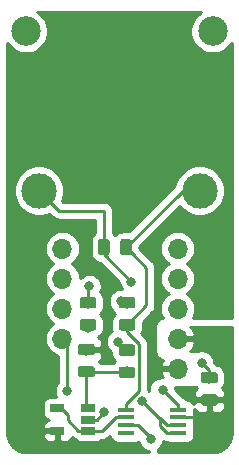
<source format=gtl>
G04 #@! TF.GenerationSoftware,KiCad,Pcbnew,(5.1.0)-1*
G04 #@! TF.CreationDate,2019-04-10T14:00:02-04:00*
G04 #@! TF.ProjectId,thermocouple_daughter,74686572-6d6f-4636-9f75-706c655f6461,rev?*
G04 #@! TF.SameCoordinates,Original*
G04 #@! TF.FileFunction,Copper,L1,Top*
G04 #@! TF.FilePolarity,Positive*
%FSLAX46Y46*%
G04 Gerber Fmt 4.6, Leading zero omitted, Abs format (unit mm)*
G04 Created by KiCad (PCBNEW (5.1.0)-1) date 2019-04-10 14:00:02*
%MOMM*%
%LPD*%
G04 APERTURE LIST*
%ADD10C,3.000000*%
%ADD11C,2.500000*%
%ADD12C,0.100000*%
%ADD13C,0.975000*%
%ADD14O,1.700000X1.700000*%
%ADD15R,1.220000X0.650000*%
%ADD16R,1.450000X0.450000*%
%ADD17C,0.800000*%
%ADD18C,0.250000*%
%ADD19C,0.254000*%
G04 APERTURE END LIST*
D10*
X164534000Y-87033000D03*
X150934000Y-87033000D03*
D11*
X165634000Y-73533000D03*
X149834000Y-73533000D03*
D12*
G36*
X158558142Y-91122174D02*
G01*
X158581803Y-91125684D01*
X158605007Y-91131496D01*
X158627529Y-91139554D01*
X158649153Y-91149782D01*
X158669670Y-91162079D01*
X158688883Y-91176329D01*
X158706607Y-91192393D01*
X158722671Y-91210117D01*
X158736921Y-91229330D01*
X158749218Y-91249847D01*
X158759446Y-91271471D01*
X158767504Y-91293993D01*
X158773316Y-91317197D01*
X158776826Y-91340858D01*
X158778000Y-91364750D01*
X158778000Y-92277250D01*
X158776826Y-92301142D01*
X158773316Y-92324803D01*
X158767504Y-92348007D01*
X158759446Y-92370529D01*
X158749218Y-92392153D01*
X158736921Y-92412670D01*
X158722671Y-92431883D01*
X158706607Y-92449607D01*
X158688883Y-92465671D01*
X158669670Y-92479921D01*
X158649153Y-92492218D01*
X158627529Y-92502446D01*
X158605007Y-92510504D01*
X158581803Y-92516316D01*
X158558142Y-92519826D01*
X158534250Y-92521000D01*
X158046750Y-92521000D01*
X158022858Y-92519826D01*
X157999197Y-92516316D01*
X157975993Y-92510504D01*
X157953471Y-92502446D01*
X157931847Y-92492218D01*
X157911330Y-92479921D01*
X157892117Y-92465671D01*
X157874393Y-92449607D01*
X157858329Y-92431883D01*
X157844079Y-92412670D01*
X157831782Y-92392153D01*
X157821554Y-92370529D01*
X157813496Y-92348007D01*
X157807684Y-92324803D01*
X157804174Y-92301142D01*
X157803000Y-92277250D01*
X157803000Y-91364750D01*
X157804174Y-91340858D01*
X157807684Y-91317197D01*
X157813496Y-91293993D01*
X157821554Y-91271471D01*
X157831782Y-91249847D01*
X157844079Y-91229330D01*
X157858329Y-91210117D01*
X157874393Y-91192393D01*
X157892117Y-91176329D01*
X157911330Y-91162079D01*
X157931847Y-91149782D01*
X157953471Y-91139554D01*
X157975993Y-91131496D01*
X157999197Y-91125684D01*
X158022858Y-91122174D01*
X158046750Y-91121000D01*
X158534250Y-91121000D01*
X158558142Y-91122174D01*
X158558142Y-91122174D01*
G37*
D13*
X158290500Y-91821000D03*
D12*
G36*
X156683142Y-91122174D02*
G01*
X156706803Y-91125684D01*
X156730007Y-91131496D01*
X156752529Y-91139554D01*
X156774153Y-91149782D01*
X156794670Y-91162079D01*
X156813883Y-91176329D01*
X156831607Y-91192393D01*
X156847671Y-91210117D01*
X156861921Y-91229330D01*
X156874218Y-91249847D01*
X156884446Y-91271471D01*
X156892504Y-91293993D01*
X156898316Y-91317197D01*
X156901826Y-91340858D01*
X156903000Y-91364750D01*
X156903000Y-92277250D01*
X156901826Y-92301142D01*
X156898316Y-92324803D01*
X156892504Y-92348007D01*
X156884446Y-92370529D01*
X156874218Y-92392153D01*
X156861921Y-92412670D01*
X156847671Y-92431883D01*
X156831607Y-92449607D01*
X156813883Y-92465671D01*
X156794670Y-92479921D01*
X156774153Y-92492218D01*
X156752529Y-92502446D01*
X156730007Y-92510504D01*
X156706803Y-92516316D01*
X156683142Y-92519826D01*
X156659250Y-92521000D01*
X156171750Y-92521000D01*
X156147858Y-92519826D01*
X156124197Y-92516316D01*
X156100993Y-92510504D01*
X156078471Y-92502446D01*
X156056847Y-92492218D01*
X156036330Y-92479921D01*
X156017117Y-92465671D01*
X155999393Y-92449607D01*
X155983329Y-92431883D01*
X155969079Y-92412670D01*
X155956782Y-92392153D01*
X155946554Y-92370529D01*
X155938496Y-92348007D01*
X155932684Y-92324803D01*
X155929174Y-92301142D01*
X155928000Y-92277250D01*
X155928000Y-91364750D01*
X155929174Y-91340858D01*
X155932684Y-91317197D01*
X155938496Y-91293993D01*
X155946554Y-91271471D01*
X155956782Y-91249847D01*
X155969079Y-91229330D01*
X155983329Y-91210117D01*
X155999393Y-91192393D01*
X156017117Y-91176329D01*
X156036330Y-91162079D01*
X156056847Y-91149782D01*
X156078471Y-91139554D01*
X156100993Y-91131496D01*
X156124197Y-91125684D01*
X156147858Y-91122174D01*
X156171750Y-91121000D01*
X156659250Y-91121000D01*
X156683142Y-91122174D01*
X156683142Y-91122174D01*
G37*
D13*
X156415500Y-91821000D03*
D12*
G36*
X155547142Y-97908674D02*
G01*
X155570803Y-97912184D01*
X155594007Y-97917996D01*
X155616529Y-97926054D01*
X155638153Y-97936282D01*
X155658670Y-97948579D01*
X155677883Y-97962829D01*
X155695607Y-97978893D01*
X155711671Y-97996617D01*
X155725921Y-98015830D01*
X155738218Y-98036347D01*
X155748446Y-98057971D01*
X155756504Y-98080493D01*
X155762316Y-98103697D01*
X155765826Y-98127358D01*
X155767000Y-98151250D01*
X155767000Y-98638750D01*
X155765826Y-98662642D01*
X155762316Y-98686303D01*
X155756504Y-98709507D01*
X155748446Y-98732029D01*
X155738218Y-98753653D01*
X155725921Y-98774170D01*
X155711671Y-98793383D01*
X155695607Y-98811107D01*
X155677883Y-98827171D01*
X155658670Y-98841421D01*
X155638153Y-98853718D01*
X155616529Y-98863946D01*
X155594007Y-98872004D01*
X155570803Y-98877816D01*
X155547142Y-98881326D01*
X155523250Y-98882500D01*
X154610750Y-98882500D01*
X154586858Y-98881326D01*
X154563197Y-98877816D01*
X154539993Y-98872004D01*
X154517471Y-98863946D01*
X154495847Y-98853718D01*
X154475330Y-98841421D01*
X154456117Y-98827171D01*
X154438393Y-98811107D01*
X154422329Y-98793383D01*
X154408079Y-98774170D01*
X154395782Y-98753653D01*
X154385554Y-98732029D01*
X154377496Y-98709507D01*
X154371684Y-98686303D01*
X154368174Y-98662642D01*
X154367000Y-98638750D01*
X154367000Y-98151250D01*
X154368174Y-98127358D01*
X154371684Y-98103697D01*
X154377496Y-98080493D01*
X154385554Y-98057971D01*
X154395782Y-98036347D01*
X154408079Y-98015830D01*
X154422329Y-97996617D01*
X154438393Y-97978893D01*
X154456117Y-97962829D01*
X154475330Y-97948579D01*
X154495847Y-97936282D01*
X154517471Y-97926054D01*
X154539993Y-97917996D01*
X154563197Y-97912184D01*
X154586858Y-97908674D01*
X154610750Y-97907500D01*
X155523250Y-97907500D01*
X155547142Y-97908674D01*
X155547142Y-97908674D01*
G37*
D13*
X155067000Y-98395000D03*
D12*
G36*
X155547142Y-96033674D02*
G01*
X155570803Y-96037184D01*
X155594007Y-96042996D01*
X155616529Y-96051054D01*
X155638153Y-96061282D01*
X155658670Y-96073579D01*
X155677883Y-96087829D01*
X155695607Y-96103893D01*
X155711671Y-96121617D01*
X155725921Y-96140830D01*
X155738218Y-96161347D01*
X155748446Y-96182971D01*
X155756504Y-96205493D01*
X155762316Y-96228697D01*
X155765826Y-96252358D01*
X155767000Y-96276250D01*
X155767000Y-96763750D01*
X155765826Y-96787642D01*
X155762316Y-96811303D01*
X155756504Y-96834507D01*
X155748446Y-96857029D01*
X155738218Y-96878653D01*
X155725921Y-96899170D01*
X155711671Y-96918383D01*
X155695607Y-96936107D01*
X155677883Y-96952171D01*
X155658670Y-96966421D01*
X155638153Y-96978718D01*
X155616529Y-96988946D01*
X155594007Y-96997004D01*
X155570803Y-97002816D01*
X155547142Y-97006326D01*
X155523250Y-97007500D01*
X154610750Y-97007500D01*
X154586858Y-97006326D01*
X154563197Y-97002816D01*
X154539993Y-96997004D01*
X154517471Y-96988946D01*
X154495847Y-96978718D01*
X154475330Y-96966421D01*
X154456117Y-96952171D01*
X154438393Y-96936107D01*
X154422329Y-96918383D01*
X154408079Y-96899170D01*
X154395782Y-96878653D01*
X154385554Y-96857029D01*
X154377496Y-96834507D01*
X154371684Y-96811303D01*
X154368174Y-96787642D01*
X154367000Y-96763750D01*
X154367000Y-96276250D01*
X154368174Y-96252358D01*
X154371684Y-96228697D01*
X154377496Y-96205493D01*
X154385554Y-96182971D01*
X154395782Y-96161347D01*
X154408079Y-96140830D01*
X154422329Y-96121617D01*
X154438393Y-96103893D01*
X154456117Y-96087829D01*
X154475330Y-96073579D01*
X154495847Y-96061282D01*
X154517471Y-96051054D01*
X154539993Y-96042996D01*
X154563197Y-96037184D01*
X154586858Y-96033674D01*
X154610750Y-96032500D01*
X155523250Y-96032500D01*
X155547142Y-96033674D01*
X155547142Y-96033674D01*
G37*
D13*
X155067000Y-96520000D03*
D12*
G36*
X165834142Y-104258674D02*
G01*
X165857803Y-104262184D01*
X165881007Y-104267996D01*
X165903529Y-104276054D01*
X165925153Y-104286282D01*
X165945670Y-104298579D01*
X165964883Y-104312829D01*
X165982607Y-104328893D01*
X165998671Y-104346617D01*
X166012921Y-104365830D01*
X166025218Y-104386347D01*
X166035446Y-104407971D01*
X166043504Y-104430493D01*
X166049316Y-104453697D01*
X166052826Y-104477358D01*
X166054000Y-104501250D01*
X166054000Y-104988750D01*
X166052826Y-105012642D01*
X166049316Y-105036303D01*
X166043504Y-105059507D01*
X166035446Y-105082029D01*
X166025218Y-105103653D01*
X166012921Y-105124170D01*
X165998671Y-105143383D01*
X165982607Y-105161107D01*
X165964883Y-105177171D01*
X165945670Y-105191421D01*
X165925153Y-105203718D01*
X165903529Y-105213946D01*
X165881007Y-105222004D01*
X165857803Y-105227816D01*
X165834142Y-105231326D01*
X165810250Y-105232500D01*
X164897750Y-105232500D01*
X164873858Y-105231326D01*
X164850197Y-105227816D01*
X164826993Y-105222004D01*
X164804471Y-105213946D01*
X164782847Y-105203718D01*
X164762330Y-105191421D01*
X164743117Y-105177171D01*
X164725393Y-105161107D01*
X164709329Y-105143383D01*
X164695079Y-105124170D01*
X164682782Y-105103653D01*
X164672554Y-105082029D01*
X164664496Y-105059507D01*
X164658684Y-105036303D01*
X164655174Y-105012642D01*
X164654000Y-104988750D01*
X164654000Y-104501250D01*
X164655174Y-104477358D01*
X164658684Y-104453697D01*
X164664496Y-104430493D01*
X164672554Y-104407971D01*
X164682782Y-104386347D01*
X164695079Y-104365830D01*
X164709329Y-104346617D01*
X164725393Y-104328893D01*
X164743117Y-104312829D01*
X164762330Y-104298579D01*
X164782847Y-104286282D01*
X164804471Y-104276054D01*
X164826993Y-104267996D01*
X164850197Y-104262184D01*
X164873858Y-104258674D01*
X164897750Y-104257500D01*
X165810250Y-104257500D01*
X165834142Y-104258674D01*
X165834142Y-104258674D01*
G37*
D13*
X165354000Y-104745000D03*
D12*
G36*
X165834142Y-102383674D02*
G01*
X165857803Y-102387184D01*
X165881007Y-102392996D01*
X165903529Y-102401054D01*
X165925153Y-102411282D01*
X165945670Y-102423579D01*
X165964883Y-102437829D01*
X165982607Y-102453893D01*
X165998671Y-102471617D01*
X166012921Y-102490830D01*
X166025218Y-102511347D01*
X166035446Y-102532971D01*
X166043504Y-102555493D01*
X166049316Y-102578697D01*
X166052826Y-102602358D01*
X166054000Y-102626250D01*
X166054000Y-103113750D01*
X166052826Y-103137642D01*
X166049316Y-103161303D01*
X166043504Y-103184507D01*
X166035446Y-103207029D01*
X166025218Y-103228653D01*
X166012921Y-103249170D01*
X165998671Y-103268383D01*
X165982607Y-103286107D01*
X165964883Y-103302171D01*
X165945670Y-103316421D01*
X165925153Y-103328718D01*
X165903529Y-103338946D01*
X165881007Y-103347004D01*
X165857803Y-103352816D01*
X165834142Y-103356326D01*
X165810250Y-103357500D01*
X164897750Y-103357500D01*
X164873858Y-103356326D01*
X164850197Y-103352816D01*
X164826993Y-103347004D01*
X164804471Y-103338946D01*
X164782847Y-103328718D01*
X164762330Y-103316421D01*
X164743117Y-103302171D01*
X164725393Y-103286107D01*
X164709329Y-103268383D01*
X164695079Y-103249170D01*
X164682782Y-103228653D01*
X164672554Y-103207029D01*
X164664496Y-103184507D01*
X164658684Y-103161303D01*
X164655174Y-103137642D01*
X164654000Y-103113750D01*
X164654000Y-102626250D01*
X164655174Y-102602358D01*
X164658684Y-102578697D01*
X164664496Y-102555493D01*
X164672554Y-102532971D01*
X164682782Y-102511347D01*
X164695079Y-102490830D01*
X164709329Y-102471617D01*
X164725393Y-102453893D01*
X164743117Y-102437829D01*
X164762330Y-102423579D01*
X164782847Y-102411282D01*
X164804471Y-102401054D01*
X164826993Y-102392996D01*
X164850197Y-102387184D01*
X164873858Y-102383674D01*
X164897750Y-102382500D01*
X165810250Y-102382500D01*
X165834142Y-102383674D01*
X165834142Y-102383674D01*
G37*
D13*
X165354000Y-102870000D03*
D14*
X162668000Y-102108000D03*
X152908000Y-99568000D03*
X162668000Y-99568000D03*
X152908000Y-97028000D03*
X162668000Y-97028000D03*
X152908000Y-94488000D03*
X162668000Y-94488000D03*
X152908000Y-91948000D03*
X162668000Y-91948000D03*
D12*
G36*
X155420142Y-100000674D02*
G01*
X155443803Y-100004184D01*
X155467007Y-100009996D01*
X155489529Y-100018054D01*
X155511153Y-100028282D01*
X155531670Y-100040579D01*
X155550883Y-100054829D01*
X155568607Y-100070893D01*
X155584671Y-100088617D01*
X155598921Y-100107830D01*
X155611218Y-100128347D01*
X155621446Y-100149971D01*
X155629504Y-100172493D01*
X155635316Y-100195697D01*
X155638826Y-100219358D01*
X155640000Y-100243250D01*
X155640000Y-100730750D01*
X155638826Y-100754642D01*
X155635316Y-100778303D01*
X155629504Y-100801507D01*
X155621446Y-100824029D01*
X155611218Y-100845653D01*
X155598921Y-100866170D01*
X155584671Y-100885383D01*
X155568607Y-100903107D01*
X155550883Y-100919171D01*
X155531670Y-100933421D01*
X155511153Y-100945718D01*
X155489529Y-100955946D01*
X155467007Y-100964004D01*
X155443803Y-100969816D01*
X155420142Y-100973326D01*
X155396250Y-100974500D01*
X154483750Y-100974500D01*
X154459858Y-100973326D01*
X154436197Y-100969816D01*
X154412993Y-100964004D01*
X154390471Y-100955946D01*
X154368847Y-100945718D01*
X154348330Y-100933421D01*
X154329117Y-100919171D01*
X154311393Y-100903107D01*
X154295329Y-100885383D01*
X154281079Y-100866170D01*
X154268782Y-100845653D01*
X154258554Y-100824029D01*
X154250496Y-100801507D01*
X154244684Y-100778303D01*
X154241174Y-100754642D01*
X154240000Y-100730750D01*
X154240000Y-100243250D01*
X154241174Y-100219358D01*
X154244684Y-100195697D01*
X154250496Y-100172493D01*
X154258554Y-100149971D01*
X154268782Y-100128347D01*
X154281079Y-100107830D01*
X154295329Y-100088617D01*
X154311393Y-100070893D01*
X154329117Y-100054829D01*
X154348330Y-100040579D01*
X154368847Y-100028282D01*
X154390471Y-100018054D01*
X154412993Y-100009996D01*
X154436197Y-100004184D01*
X154459858Y-100000674D01*
X154483750Y-99999500D01*
X155396250Y-99999500D01*
X155420142Y-100000674D01*
X155420142Y-100000674D01*
G37*
D13*
X154940000Y-100487000D03*
D12*
G36*
X155420142Y-101875674D02*
G01*
X155443803Y-101879184D01*
X155467007Y-101884996D01*
X155489529Y-101893054D01*
X155511153Y-101903282D01*
X155531670Y-101915579D01*
X155550883Y-101929829D01*
X155568607Y-101945893D01*
X155584671Y-101963617D01*
X155598921Y-101982830D01*
X155611218Y-102003347D01*
X155621446Y-102024971D01*
X155629504Y-102047493D01*
X155635316Y-102070697D01*
X155638826Y-102094358D01*
X155640000Y-102118250D01*
X155640000Y-102605750D01*
X155638826Y-102629642D01*
X155635316Y-102653303D01*
X155629504Y-102676507D01*
X155621446Y-102699029D01*
X155611218Y-102720653D01*
X155598921Y-102741170D01*
X155584671Y-102760383D01*
X155568607Y-102778107D01*
X155550883Y-102794171D01*
X155531670Y-102808421D01*
X155511153Y-102820718D01*
X155489529Y-102830946D01*
X155467007Y-102839004D01*
X155443803Y-102844816D01*
X155420142Y-102848326D01*
X155396250Y-102849500D01*
X154483750Y-102849500D01*
X154459858Y-102848326D01*
X154436197Y-102844816D01*
X154412993Y-102839004D01*
X154390471Y-102830946D01*
X154368847Y-102820718D01*
X154348330Y-102808421D01*
X154329117Y-102794171D01*
X154311393Y-102778107D01*
X154295329Y-102760383D01*
X154281079Y-102741170D01*
X154268782Y-102720653D01*
X154258554Y-102699029D01*
X154250496Y-102676507D01*
X154244684Y-102653303D01*
X154241174Y-102629642D01*
X154240000Y-102605750D01*
X154240000Y-102118250D01*
X154241174Y-102094358D01*
X154244684Y-102070697D01*
X154250496Y-102047493D01*
X154258554Y-102024971D01*
X154268782Y-102003347D01*
X154281079Y-101982830D01*
X154295329Y-101963617D01*
X154311393Y-101945893D01*
X154329117Y-101929829D01*
X154348330Y-101915579D01*
X154368847Y-101903282D01*
X154390471Y-101893054D01*
X154412993Y-101884996D01*
X154436197Y-101879184D01*
X154459858Y-101875674D01*
X154483750Y-101874500D01*
X155396250Y-101874500D01*
X155420142Y-101875674D01*
X155420142Y-101875674D01*
G37*
D13*
X154940000Y-102362000D03*
D12*
G36*
X158849142Y-100049174D02*
G01*
X158872803Y-100052684D01*
X158896007Y-100058496D01*
X158918529Y-100066554D01*
X158940153Y-100076782D01*
X158960670Y-100089079D01*
X158979883Y-100103329D01*
X158997607Y-100119393D01*
X159013671Y-100137117D01*
X159027921Y-100156330D01*
X159040218Y-100176847D01*
X159050446Y-100198471D01*
X159058504Y-100220993D01*
X159064316Y-100244197D01*
X159067826Y-100267858D01*
X159069000Y-100291750D01*
X159069000Y-100779250D01*
X159067826Y-100803142D01*
X159064316Y-100826803D01*
X159058504Y-100850007D01*
X159050446Y-100872529D01*
X159040218Y-100894153D01*
X159027921Y-100914670D01*
X159013671Y-100933883D01*
X158997607Y-100951607D01*
X158979883Y-100967671D01*
X158960670Y-100981921D01*
X158940153Y-100994218D01*
X158918529Y-101004446D01*
X158896007Y-101012504D01*
X158872803Y-101018316D01*
X158849142Y-101021826D01*
X158825250Y-101023000D01*
X157912750Y-101023000D01*
X157888858Y-101021826D01*
X157865197Y-101018316D01*
X157841993Y-101012504D01*
X157819471Y-101004446D01*
X157797847Y-100994218D01*
X157777330Y-100981921D01*
X157758117Y-100967671D01*
X157740393Y-100951607D01*
X157724329Y-100933883D01*
X157710079Y-100914670D01*
X157697782Y-100894153D01*
X157687554Y-100872529D01*
X157679496Y-100850007D01*
X157673684Y-100826803D01*
X157670174Y-100803142D01*
X157669000Y-100779250D01*
X157669000Y-100291750D01*
X157670174Y-100267858D01*
X157673684Y-100244197D01*
X157679496Y-100220993D01*
X157687554Y-100198471D01*
X157697782Y-100176847D01*
X157710079Y-100156330D01*
X157724329Y-100137117D01*
X157740393Y-100119393D01*
X157758117Y-100103329D01*
X157777330Y-100089079D01*
X157797847Y-100076782D01*
X157819471Y-100066554D01*
X157841993Y-100058496D01*
X157865197Y-100052684D01*
X157888858Y-100049174D01*
X157912750Y-100048000D01*
X158825250Y-100048000D01*
X158849142Y-100049174D01*
X158849142Y-100049174D01*
G37*
D13*
X158369000Y-100535500D03*
D12*
G36*
X158849142Y-101924174D02*
G01*
X158872803Y-101927684D01*
X158896007Y-101933496D01*
X158918529Y-101941554D01*
X158940153Y-101951782D01*
X158960670Y-101964079D01*
X158979883Y-101978329D01*
X158997607Y-101994393D01*
X159013671Y-102012117D01*
X159027921Y-102031330D01*
X159040218Y-102051847D01*
X159050446Y-102073471D01*
X159058504Y-102095993D01*
X159064316Y-102119197D01*
X159067826Y-102142858D01*
X159069000Y-102166750D01*
X159069000Y-102654250D01*
X159067826Y-102678142D01*
X159064316Y-102701803D01*
X159058504Y-102725007D01*
X159050446Y-102747529D01*
X159040218Y-102769153D01*
X159027921Y-102789670D01*
X159013671Y-102808883D01*
X158997607Y-102826607D01*
X158979883Y-102842671D01*
X158960670Y-102856921D01*
X158940153Y-102869218D01*
X158918529Y-102879446D01*
X158896007Y-102887504D01*
X158872803Y-102893316D01*
X158849142Y-102896826D01*
X158825250Y-102898000D01*
X157912750Y-102898000D01*
X157888858Y-102896826D01*
X157865197Y-102893316D01*
X157841993Y-102887504D01*
X157819471Y-102879446D01*
X157797847Y-102869218D01*
X157777330Y-102856921D01*
X157758117Y-102842671D01*
X157740393Y-102826607D01*
X157724329Y-102808883D01*
X157710079Y-102789670D01*
X157697782Y-102769153D01*
X157687554Y-102747529D01*
X157679496Y-102725007D01*
X157673684Y-102701803D01*
X157670174Y-102678142D01*
X157669000Y-102654250D01*
X157669000Y-102166750D01*
X157670174Y-102142858D01*
X157673684Y-102119197D01*
X157679496Y-102095993D01*
X157687554Y-102073471D01*
X157697782Y-102051847D01*
X157710079Y-102031330D01*
X157724329Y-102012117D01*
X157740393Y-101994393D01*
X157758117Y-101978329D01*
X157777330Y-101964079D01*
X157797847Y-101951782D01*
X157819471Y-101941554D01*
X157841993Y-101933496D01*
X157865197Y-101927684D01*
X157888858Y-101924174D01*
X157912750Y-101923000D01*
X158825250Y-101923000D01*
X158849142Y-101924174D01*
X158849142Y-101924174D01*
G37*
D13*
X158369000Y-102410500D03*
D12*
G36*
X158849142Y-97908674D02*
G01*
X158872803Y-97912184D01*
X158896007Y-97917996D01*
X158918529Y-97926054D01*
X158940153Y-97936282D01*
X158960670Y-97948579D01*
X158979883Y-97962829D01*
X158997607Y-97978893D01*
X159013671Y-97996617D01*
X159027921Y-98015830D01*
X159040218Y-98036347D01*
X159050446Y-98057971D01*
X159058504Y-98080493D01*
X159064316Y-98103697D01*
X159067826Y-98127358D01*
X159069000Y-98151250D01*
X159069000Y-98638750D01*
X159067826Y-98662642D01*
X159064316Y-98686303D01*
X159058504Y-98709507D01*
X159050446Y-98732029D01*
X159040218Y-98753653D01*
X159027921Y-98774170D01*
X159013671Y-98793383D01*
X158997607Y-98811107D01*
X158979883Y-98827171D01*
X158960670Y-98841421D01*
X158940153Y-98853718D01*
X158918529Y-98863946D01*
X158896007Y-98872004D01*
X158872803Y-98877816D01*
X158849142Y-98881326D01*
X158825250Y-98882500D01*
X157912750Y-98882500D01*
X157888858Y-98881326D01*
X157865197Y-98877816D01*
X157841993Y-98872004D01*
X157819471Y-98863946D01*
X157797847Y-98853718D01*
X157777330Y-98841421D01*
X157758117Y-98827171D01*
X157740393Y-98811107D01*
X157724329Y-98793383D01*
X157710079Y-98774170D01*
X157697782Y-98753653D01*
X157687554Y-98732029D01*
X157679496Y-98709507D01*
X157673684Y-98686303D01*
X157670174Y-98662642D01*
X157669000Y-98638750D01*
X157669000Y-98151250D01*
X157670174Y-98127358D01*
X157673684Y-98103697D01*
X157679496Y-98080493D01*
X157687554Y-98057971D01*
X157697782Y-98036347D01*
X157710079Y-98015830D01*
X157724329Y-97996617D01*
X157740393Y-97978893D01*
X157758117Y-97962829D01*
X157777330Y-97948579D01*
X157797847Y-97936282D01*
X157819471Y-97926054D01*
X157841993Y-97917996D01*
X157865197Y-97912184D01*
X157888858Y-97908674D01*
X157912750Y-97907500D01*
X158825250Y-97907500D01*
X158849142Y-97908674D01*
X158849142Y-97908674D01*
G37*
D13*
X158369000Y-98395000D03*
D12*
G36*
X158849142Y-96033674D02*
G01*
X158872803Y-96037184D01*
X158896007Y-96042996D01*
X158918529Y-96051054D01*
X158940153Y-96061282D01*
X158960670Y-96073579D01*
X158979883Y-96087829D01*
X158997607Y-96103893D01*
X159013671Y-96121617D01*
X159027921Y-96140830D01*
X159040218Y-96161347D01*
X159050446Y-96182971D01*
X159058504Y-96205493D01*
X159064316Y-96228697D01*
X159067826Y-96252358D01*
X159069000Y-96276250D01*
X159069000Y-96763750D01*
X159067826Y-96787642D01*
X159064316Y-96811303D01*
X159058504Y-96834507D01*
X159050446Y-96857029D01*
X159040218Y-96878653D01*
X159027921Y-96899170D01*
X159013671Y-96918383D01*
X158997607Y-96936107D01*
X158979883Y-96952171D01*
X158960670Y-96966421D01*
X158940153Y-96978718D01*
X158918529Y-96988946D01*
X158896007Y-96997004D01*
X158872803Y-97002816D01*
X158849142Y-97006326D01*
X158825250Y-97007500D01*
X157912750Y-97007500D01*
X157888858Y-97006326D01*
X157865197Y-97002816D01*
X157841993Y-96997004D01*
X157819471Y-96988946D01*
X157797847Y-96978718D01*
X157777330Y-96966421D01*
X157758117Y-96952171D01*
X157740393Y-96936107D01*
X157724329Y-96918383D01*
X157710079Y-96899170D01*
X157697782Y-96878653D01*
X157687554Y-96857029D01*
X157679496Y-96834507D01*
X157673684Y-96811303D01*
X157670174Y-96787642D01*
X157669000Y-96763750D01*
X157669000Y-96276250D01*
X157670174Y-96252358D01*
X157673684Y-96228697D01*
X157679496Y-96205493D01*
X157687554Y-96182971D01*
X157697782Y-96161347D01*
X157710079Y-96140830D01*
X157724329Y-96121617D01*
X157740393Y-96103893D01*
X157758117Y-96087829D01*
X157777330Y-96073579D01*
X157797847Y-96061282D01*
X157819471Y-96051054D01*
X157841993Y-96042996D01*
X157865197Y-96037184D01*
X157888858Y-96033674D01*
X157912750Y-96032500D01*
X158825250Y-96032500D01*
X158849142Y-96033674D01*
X158849142Y-96033674D01*
G37*
D13*
X158369000Y-96520000D03*
D15*
X155107000Y-107376000D03*
X155107000Y-106426000D03*
X155107000Y-105476000D03*
X152487000Y-105476000D03*
X152487000Y-107376000D03*
D16*
X158328000Y-105578000D03*
X158328000Y-106228000D03*
X158328000Y-106878000D03*
X158328000Y-107528000D03*
X162728000Y-107528000D03*
X162728000Y-106878000D03*
X162728000Y-106228000D03*
X162728000Y-105578000D03*
D17*
X158750000Y-94742000D03*
X161417000Y-103886000D03*
X155067000Y-98679000D03*
X157861000Y-96393000D03*
X155194000Y-95123000D03*
X156464000Y-105791000D03*
X160401000Y-108077000D03*
X164719000Y-101600000D03*
X157607000Y-99822000D03*
X159619469Y-104836837D03*
X153289000Y-104013000D03*
D18*
X163078500Y-87033000D02*
X158290500Y-91821000D01*
X164534000Y-87033000D02*
X163078500Y-87033000D01*
X158846737Y-92377237D02*
X158290500Y-91821000D01*
X160020000Y-93550500D02*
X158846737Y-92377237D01*
X160020000Y-96744000D02*
X160020000Y-93550500D01*
X158369000Y-98395000D02*
X160020000Y-96744000D01*
X158328000Y-105103000D02*
X158328000Y-105578000D01*
X159394010Y-104036990D02*
X158328000Y-105103000D01*
X159394010Y-100007510D02*
X159394010Y-104036990D01*
X158369000Y-98982500D02*
X159394010Y-100007510D01*
X158369000Y-98395000D02*
X158369000Y-98982500D01*
X162728000Y-105578000D02*
X162728000Y-105103000D01*
X156415500Y-92407500D02*
X156415500Y-91821000D01*
X158750000Y-94742000D02*
X156415500Y-92407500D01*
X162728000Y-105103000D02*
X162634000Y-105103000D01*
X162634000Y-105103000D02*
X161417000Y-103886000D01*
X156415500Y-91821000D02*
X156415500Y-88724500D01*
X152625500Y-88724500D02*
X150934000Y-87033000D01*
X156415500Y-88724500D02*
X152625500Y-88724500D01*
X155067000Y-96520000D02*
X155067000Y-95250000D01*
X155067000Y-95250000D02*
X155194000Y-95123000D01*
X155107000Y-106426000D02*
X155829000Y-106426000D01*
X155829000Y-106426000D02*
X156464000Y-105791000D01*
X160401000Y-107976000D02*
X160401000Y-108077000D01*
X158328000Y-106878000D02*
X159303000Y-106878000D01*
X159303000Y-106878000D02*
X160401000Y-107976000D01*
X165354000Y-102870000D02*
X165354000Y-102235000D01*
X165354000Y-102235000D02*
X164719000Y-101600000D01*
X158369000Y-100535500D02*
X158320500Y-100535500D01*
X158320500Y-100535500D02*
X157607000Y-99822000D01*
X162728000Y-106228000D02*
X164013000Y-106228000D01*
X162728000Y-106878000D02*
X161742000Y-106878000D01*
X161163000Y-106938000D02*
X161163000Y-106299000D01*
X161753000Y-107528000D02*
X161163000Y-106938000D01*
X162728000Y-107528000D02*
X161753000Y-107528000D01*
X161742000Y-106878000D02*
X161163000Y-106299000D01*
X161163000Y-106299000D02*
X161081632Y-106299000D01*
X161081632Y-106299000D02*
X159619469Y-104836837D01*
X153289000Y-99949000D02*
X152908000Y-99568000D01*
X153289000Y-104013000D02*
X153289000Y-99949000D01*
X154940000Y-105309000D02*
X155107000Y-105476000D01*
X154940000Y-102362000D02*
X154940000Y-105309000D01*
X154988500Y-102410500D02*
X154940000Y-102362000D01*
X158369000Y-102410500D02*
X154988500Y-102410500D01*
X154247000Y-107376000D02*
X155107000Y-107376000D01*
X153347000Y-106476000D02*
X154247000Y-107376000D01*
X153347000Y-106051000D02*
X153347000Y-106476000D01*
X152772000Y-105476000D02*
X153347000Y-106051000D01*
X152487000Y-105476000D02*
X152772000Y-105476000D01*
X157442998Y-106228000D02*
X158328000Y-106228000D01*
X156294998Y-107376000D02*
X157442998Y-106228000D01*
X155107000Y-107376000D02*
X156294998Y-107376000D01*
D19*
G36*
X160889017Y-101063787D02*
G01*
X160967987Y-101160013D01*
X161064213Y-101238983D01*
X161173996Y-101297664D01*
X161293118Y-101333799D01*
X161395045Y-101343838D01*
X161271175Y-101603901D01*
X161226524Y-101751110D01*
X161347845Y-101981000D01*
X162541000Y-101981000D01*
X162541000Y-101961000D01*
X162795000Y-101961000D01*
X162795000Y-101981000D01*
X162815000Y-101981000D01*
X162815000Y-102235000D01*
X162795000Y-102235000D01*
X162795000Y-102255000D01*
X162541000Y-102255000D01*
X162541000Y-102235000D01*
X161347845Y-102235000D01*
X161226524Y-102464890D01*
X161271175Y-102612099D01*
X161384966Y-102851000D01*
X161315061Y-102851000D01*
X161115102Y-102890774D01*
X161011953Y-102933500D01*
X160909000Y-102933500D01*
X160785118Y-102945701D01*
X160665996Y-102981836D01*
X160556213Y-103040517D01*
X160459987Y-103119487D01*
X160381017Y-103215713D01*
X160362155Y-103251000D01*
X160154010Y-103251000D01*
X160154010Y-101028500D01*
X160870155Y-101028500D01*
X160889017Y-101063787D01*
X160889017Y-101063787D01*
G37*
X160889017Y-101063787D02*
X160967987Y-101160013D01*
X161064213Y-101238983D01*
X161173996Y-101297664D01*
X161293118Y-101333799D01*
X161395045Y-101343838D01*
X161271175Y-101603901D01*
X161226524Y-101751110D01*
X161347845Y-101981000D01*
X162541000Y-101981000D01*
X162541000Y-101961000D01*
X162795000Y-101961000D01*
X162795000Y-101981000D01*
X162815000Y-101981000D01*
X162815000Y-102235000D01*
X162795000Y-102235000D01*
X162795000Y-102255000D01*
X162541000Y-102255000D01*
X162541000Y-102235000D01*
X161347845Y-102235000D01*
X161226524Y-102464890D01*
X161271175Y-102612099D01*
X161384966Y-102851000D01*
X161315061Y-102851000D01*
X161115102Y-102890774D01*
X161011953Y-102933500D01*
X160909000Y-102933500D01*
X160785118Y-102945701D01*
X160665996Y-102981836D01*
X160556213Y-103040517D01*
X160459987Y-103119487D01*
X160381017Y-103215713D01*
X160362155Y-103251000D01*
X160154010Y-103251000D01*
X160154010Y-101028500D01*
X160870155Y-101028500D01*
X160889017Y-101063787D01*
G36*
X157289208Y-101402792D02*
G01*
X157374756Y-101473000D01*
X157289208Y-101543208D01*
X157226000Y-101620227D01*
X157226000Y-101325773D01*
X157289208Y-101402792D01*
X157289208Y-101402792D01*
G37*
X157289208Y-101402792D02*
X157374756Y-101473000D01*
X157289208Y-101543208D01*
X157226000Y-101620227D01*
X157226000Y-101325773D01*
X157289208Y-101402792D01*
G36*
X167234001Y-107536711D02*
G01*
X167199928Y-107884209D01*
X167108384Y-108187417D01*
X166959693Y-108467063D01*
X166759516Y-108712505D01*
X166515476Y-108914392D01*
X166236875Y-109065031D01*
X165934313Y-109158690D01*
X165588842Y-109195000D01*
X161036000Y-109195000D01*
X161036000Y-108897490D01*
X161060774Y-108880937D01*
X161204937Y-108736774D01*
X161318205Y-108567256D01*
X161396226Y-108378898D01*
X161428561Y-108216339D01*
X161446609Y-108225986D01*
X161460753Y-108233546D01*
X161604014Y-108277003D01*
X161645526Y-108281092D01*
X161648506Y-108283537D01*
X161758820Y-108342502D01*
X161878518Y-108378812D01*
X162003000Y-108391072D01*
X163453000Y-108391072D01*
X163577482Y-108378812D01*
X163697180Y-108342502D01*
X163807494Y-108283537D01*
X163904185Y-108204185D01*
X163983537Y-108107494D01*
X164042502Y-107997180D01*
X164078812Y-107877482D01*
X164091072Y-107753000D01*
X164091072Y-107303000D01*
X164081223Y-107203000D01*
X164091072Y-107103000D01*
X164091072Y-106653000D01*
X164080905Y-106549773D01*
X164088000Y-106484750D01*
X164055753Y-106452503D01*
X164042502Y-106408820D01*
X163983537Y-106298506D01*
X163925674Y-106228000D01*
X163983537Y-106157494D01*
X164042502Y-106047180D01*
X164055753Y-106003497D01*
X164088000Y-105971250D01*
X164080905Y-105906227D01*
X164091072Y-105803000D01*
X164091072Y-105526396D01*
X164123463Y-105586994D01*
X164202815Y-105683685D01*
X164299506Y-105763037D01*
X164409820Y-105822002D01*
X164529518Y-105858312D01*
X164654000Y-105870572D01*
X165068250Y-105867500D01*
X165227000Y-105708750D01*
X165227000Y-104872000D01*
X165481000Y-104872000D01*
X165481000Y-105708750D01*
X165639750Y-105867500D01*
X166054000Y-105870572D01*
X166178482Y-105858312D01*
X166298180Y-105822002D01*
X166408494Y-105763037D01*
X166505185Y-105683685D01*
X166584537Y-105586994D01*
X166643502Y-105476680D01*
X166679812Y-105356982D01*
X166692072Y-105232500D01*
X166689000Y-105030750D01*
X166530250Y-104872000D01*
X165481000Y-104872000D01*
X165227000Y-104872000D01*
X164177750Y-104872000D01*
X164019000Y-105030750D01*
X164018495Y-105063907D01*
X163983537Y-104998506D01*
X163904185Y-104901815D01*
X163807494Y-104822463D01*
X163697180Y-104763498D01*
X163577482Y-104727188D01*
X163453000Y-104714928D01*
X163382326Y-104714928D01*
X163362974Y-104678724D01*
X163268001Y-104562999D01*
X163152276Y-104468026D01*
X163020247Y-104397454D01*
X162995857Y-104390056D01*
X162452000Y-103846199D01*
X162452000Y-103784061D01*
X162434384Y-103695500D01*
X164211000Y-103695500D01*
X164235776Y-103693060D01*
X164237483Y-103692542D01*
X164274208Y-103737292D01*
X164280564Y-103742508D01*
X164202815Y-103806315D01*
X164123463Y-103903006D01*
X164064498Y-104013320D01*
X164028188Y-104133018D01*
X164015928Y-104257500D01*
X164019000Y-104459250D01*
X164177750Y-104618000D01*
X165227000Y-104618000D01*
X165227000Y-104598000D01*
X165481000Y-104598000D01*
X165481000Y-104618000D01*
X166530250Y-104618000D01*
X166689000Y-104459250D01*
X166692072Y-104257500D01*
X166679812Y-104133018D01*
X166643502Y-104013320D01*
X166584537Y-103903006D01*
X166505185Y-103806315D01*
X166427436Y-103742508D01*
X166433792Y-103737292D01*
X166543458Y-103603664D01*
X166624947Y-103451209D01*
X166675128Y-103285785D01*
X166692072Y-103113750D01*
X166692072Y-102626250D01*
X166675128Y-102454215D01*
X166624947Y-102288791D01*
X166543458Y-102136336D01*
X166433792Y-102002708D01*
X166300164Y-101893042D01*
X166147709Y-101811553D01*
X165982285Y-101761372D01*
X165945498Y-101757749D01*
X165917799Y-101723997D01*
X165894001Y-101694999D01*
X165865002Y-101671200D01*
X165754000Y-101560198D01*
X165754000Y-101498061D01*
X165714226Y-101298102D01*
X165636205Y-101109744D01*
X165522937Y-100940226D01*
X165378774Y-100796063D01*
X165209256Y-100682795D01*
X165020898Y-100604774D01*
X164820939Y-100565000D01*
X164617061Y-100565000D01*
X164417102Y-100604774D01*
X164319206Y-100645324D01*
X164316597Y-100640443D01*
X164300803Y-100621197D01*
X164281557Y-100605403D01*
X164259601Y-100593667D01*
X164235776Y-100586440D01*
X164211000Y-100584000D01*
X163748136Y-100584000D01*
X163765588Y-100568269D01*
X163939641Y-100334920D01*
X164064825Y-100072099D01*
X164109476Y-99924890D01*
X163988155Y-99695000D01*
X162795000Y-99695000D01*
X162795000Y-99715000D01*
X162541000Y-99715000D01*
X162541000Y-99695000D01*
X162521000Y-99695000D01*
X162521000Y-99441000D01*
X162541000Y-99441000D01*
X162541000Y-99421000D01*
X162795000Y-99421000D01*
X162795000Y-99441000D01*
X163988155Y-99441000D01*
X164109476Y-99211110D01*
X164064825Y-99063901D01*
X163939641Y-98801080D01*
X163765588Y-98567731D01*
X163748136Y-98552000D01*
X167234001Y-98552000D01*
X167234001Y-107536711D01*
X167234001Y-107536711D01*
G37*
X167234001Y-107536711D02*
X167199928Y-107884209D01*
X167108384Y-108187417D01*
X166959693Y-108467063D01*
X166759516Y-108712505D01*
X166515476Y-108914392D01*
X166236875Y-109065031D01*
X165934313Y-109158690D01*
X165588842Y-109195000D01*
X161036000Y-109195000D01*
X161036000Y-108897490D01*
X161060774Y-108880937D01*
X161204937Y-108736774D01*
X161318205Y-108567256D01*
X161396226Y-108378898D01*
X161428561Y-108216339D01*
X161446609Y-108225986D01*
X161460753Y-108233546D01*
X161604014Y-108277003D01*
X161645526Y-108281092D01*
X161648506Y-108283537D01*
X161758820Y-108342502D01*
X161878518Y-108378812D01*
X162003000Y-108391072D01*
X163453000Y-108391072D01*
X163577482Y-108378812D01*
X163697180Y-108342502D01*
X163807494Y-108283537D01*
X163904185Y-108204185D01*
X163983537Y-108107494D01*
X164042502Y-107997180D01*
X164078812Y-107877482D01*
X164091072Y-107753000D01*
X164091072Y-107303000D01*
X164081223Y-107203000D01*
X164091072Y-107103000D01*
X164091072Y-106653000D01*
X164080905Y-106549773D01*
X164088000Y-106484750D01*
X164055753Y-106452503D01*
X164042502Y-106408820D01*
X163983537Y-106298506D01*
X163925674Y-106228000D01*
X163983537Y-106157494D01*
X164042502Y-106047180D01*
X164055753Y-106003497D01*
X164088000Y-105971250D01*
X164080905Y-105906227D01*
X164091072Y-105803000D01*
X164091072Y-105526396D01*
X164123463Y-105586994D01*
X164202815Y-105683685D01*
X164299506Y-105763037D01*
X164409820Y-105822002D01*
X164529518Y-105858312D01*
X164654000Y-105870572D01*
X165068250Y-105867500D01*
X165227000Y-105708750D01*
X165227000Y-104872000D01*
X165481000Y-104872000D01*
X165481000Y-105708750D01*
X165639750Y-105867500D01*
X166054000Y-105870572D01*
X166178482Y-105858312D01*
X166298180Y-105822002D01*
X166408494Y-105763037D01*
X166505185Y-105683685D01*
X166584537Y-105586994D01*
X166643502Y-105476680D01*
X166679812Y-105356982D01*
X166692072Y-105232500D01*
X166689000Y-105030750D01*
X166530250Y-104872000D01*
X165481000Y-104872000D01*
X165227000Y-104872000D01*
X164177750Y-104872000D01*
X164019000Y-105030750D01*
X164018495Y-105063907D01*
X163983537Y-104998506D01*
X163904185Y-104901815D01*
X163807494Y-104822463D01*
X163697180Y-104763498D01*
X163577482Y-104727188D01*
X163453000Y-104714928D01*
X163382326Y-104714928D01*
X163362974Y-104678724D01*
X163268001Y-104562999D01*
X163152276Y-104468026D01*
X163020247Y-104397454D01*
X162995857Y-104390056D01*
X162452000Y-103846199D01*
X162452000Y-103784061D01*
X162434384Y-103695500D01*
X164211000Y-103695500D01*
X164235776Y-103693060D01*
X164237483Y-103692542D01*
X164274208Y-103737292D01*
X164280564Y-103742508D01*
X164202815Y-103806315D01*
X164123463Y-103903006D01*
X164064498Y-104013320D01*
X164028188Y-104133018D01*
X164015928Y-104257500D01*
X164019000Y-104459250D01*
X164177750Y-104618000D01*
X165227000Y-104618000D01*
X165227000Y-104598000D01*
X165481000Y-104598000D01*
X165481000Y-104618000D01*
X166530250Y-104618000D01*
X166689000Y-104459250D01*
X166692072Y-104257500D01*
X166679812Y-104133018D01*
X166643502Y-104013320D01*
X166584537Y-103903006D01*
X166505185Y-103806315D01*
X166427436Y-103742508D01*
X166433792Y-103737292D01*
X166543458Y-103603664D01*
X166624947Y-103451209D01*
X166675128Y-103285785D01*
X166692072Y-103113750D01*
X166692072Y-102626250D01*
X166675128Y-102454215D01*
X166624947Y-102288791D01*
X166543458Y-102136336D01*
X166433792Y-102002708D01*
X166300164Y-101893042D01*
X166147709Y-101811553D01*
X165982285Y-101761372D01*
X165945498Y-101757749D01*
X165917799Y-101723997D01*
X165894001Y-101694999D01*
X165865002Y-101671200D01*
X165754000Y-101560198D01*
X165754000Y-101498061D01*
X165714226Y-101298102D01*
X165636205Y-101109744D01*
X165522937Y-100940226D01*
X165378774Y-100796063D01*
X165209256Y-100682795D01*
X165020898Y-100604774D01*
X164820939Y-100565000D01*
X164617061Y-100565000D01*
X164417102Y-100604774D01*
X164319206Y-100645324D01*
X164316597Y-100640443D01*
X164300803Y-100621197D01*
X164281557Y-100605403D01*
X164259601Y-100593667D01*
X164235776Y-100586440D01*
X164211000Y-100584000D01*
X163748136Y-100584000D01*
X163765588Y-100568269D01*
X163939641Y-100334920D01*
X164064825Y-100072099D01*
X164109476Y-99924890D01*
X163988155Y-99695000D01*
X162795000Y-99695000D01*
X162795000Y-99715000D01*
X162541000Y-99715000D01*
X162541000Y-99695000D01*
X162521000Y-99695000D01*
X162521000Y-99441000D01*
X162541000Y-99441000D01*
X162541000Y-99421000D01*
X162795000Y-99421000D01*
X162795000Y-99441000D01*
X163988155Y-99441000D01*
X164109476Y-99211110D01*
X164064825Y-99063901D01*
X163939641Y-98801080D01*
X163765588Y-98567731D01*
X163748136Y-98552000D01*
X167234001Y-98552000D01*
X167234001Y-107536711D01*
G36*
X164432382Y-72068825D02*
G01*
X164169825Y-72331382D01*
X163963534Y-72640118D01*
X163821439Y-72983166D01*
X163749000Y-73347344D01*
X163749000Y-73718656D01*
X163821439Y-74082834D01*
X163963534Y-74425882D01*
X164169825Y-74734618D01*
X164432382Y-74997175D01*
X164741118Y-75203466D01*
X165084166Y-75345561D01*
X165448344Y-75418000D01*
X165819656Y-75418000D01*
X166183834Y-75345561D01*
X166526882Y-75203466D01*
X166835618Y-74997175D01*
X167098175Y-74734618D01*
X167234000Y-74531342D01*
X167234001Y-97790000D01*
X163944526Y-97790000D01*
X164046599Y-97599034D01*
X164131513Y-97319111D01*
X164160185Y-97028000D01*
X164131513Y-96736889D01*
X164046599Y-96456966D01*
X163908706Y-96198986D01*
X163723134Y-95972866D01*
X163497014Y-95787294D01*
X163442209Y-95758000D01*
X163497014Y-95728706D01*
X163723134Y-95543134D01*
X163908706Y-95317014D01*
X164046599Y-95059034D01*
X164131513Y-94779111D01*
X164160185Y-94488000D01*
X164131513Y-94196889D01*
X164046599Y-93916966D01*
X163908706Y-93658986D01*
X163723134Y-93432866D01*
X163497014Y-93247294D01*
X163442209Y-93218000D01*
X163497014Y-93188706D01*
X163723134Y-93003134D01*
X163908706Y-92777014D01*
X164046599Y-92519034D01*
X164131513Y-92239111D01*
X164160185Y-91948000D01*
X164131513Y-91656889D01*
X164046599Y-91376966D01*
X163908706Y-91118986D01*
X163723134Y-90892866D01*
X163497014Y-90707294D01*
X163239034Y-90569401D01*
X162959111Y-90484487D01*
X162740950Y-90463000D01*
X162595050Y-90463000D01*
X162376889Y-90484487D01*
X162096966Y-90569401D01*
X161838986Y-90707294D01*
X161612866Y-90892866D01*
X161427294Y-91118986D01*
X161289401Y-91376966D01*
X161204487Y-91656889D01*
X161175815Y-91948000D01*
X161204487Y-92239111D01*
X161289401Y-92519034D01*
X161427294Y-92777014D01*
X161612866Y-93003134D01*
X161838986Y-93188706D01*
X161893791Y-93218000D01*
X161838986Y-93247294D01*
X161612866Y-93432866D01*
X161427294Y-93658986D01*
X161289401Y-93916966D01*
X161204487Y-94196889D01*
X161175815Y-94488000D01*
X161204487Y-94779111D01*
X161289401Y-95059034D01*
X161427294Y-95317014D01*
X161612866Y-95543134D01*
X161838986Y-95728706D01*
X161893791Y-95758000D01*
X161838986Y-95787294D01*
X161612866Y-95972866D01*
X161427294Y-96198986D01*
X161289401Y-96456966D01*
X161204487Y-96736889D01*
X161175815Y-97028000D01*
X161204487Y-97319111D01*
X161289401Y-97599034D01*
X161392751Y-97792388D01*
X161293118Y-97802201D01*
X161173996Y-97838336D01*
X161064213Y-97897017D01*
X160967987Y-97975987D01*
X160889017Y-98072213D01*
X160830336Y-98181996D01*
X160794201Y-98301118D01*
X160782000Y-98425000D01*
X160782000Y-100711000D01*
X160794201Y-100834882D01*
X160830336Y-100954004D01*
X160889017Y-101063787D01*
X160967987Y-101160013D01*
X161036000Y-101215829D01*
X161036000Y-102923539D01*
X161011953Y-102933500D01*
X160909000Y-102933500D01*
X160785118Y-102945701D01*
X160665996Y-102981836D01*
X160556213Y-103040517D01*
X160459987Y-103119487D01*
X160381017Y-103215713D01*
X160322336Y-103325496D01*
X160286201Y-103444618D01*
X160274000Y-103568500D01*
X160274000Y-104029397D01*
X160154010Y-103949222D01*
X160154010Y-100044832D01*
X160157686Y-100007509D01*
X160154010Y-99970186D01*
X160154010Y-99970177D01*
X160143013Y-99858524D01*
X160099556Y-99715263D01*
X160074404Y-99668208D01*
X160028984Y-99583233D01*
X159957809Y-99496507D01*
X159934011Y-99467509D01*
X159905014Y-99443712D01*
X159569433Y-99108131D01*
X159639947Y-98976209D01*
X159690128Y-98810785D01*
X159707072Y-98638750D01*
X159707072Y-98151250D01*
X159705322Y-98133480D01*
X160531004Y-97307798D01*
X160560001Y-97284001D01*
X160654974Y-97168276D01*
X160725546Y-97036247D01*
X160769003Y-96892986D01*
X160780000Y-96781333D01*
X160780000Y-96781332D01*
X160783677Y-96744000D01*
X160780000Y-96706667D01*
X160780000Y-93587822D01*
X160783676Y-93550499D01*
X160780000Y-93513176D01*
X160780000Y-93513167D01*
X160769003Y-93401514D01*
X160725546Y-93258253D01*
X160654974Y-93126224D01*
X160619323Y-93082783D01*
X160583799Y-93039496D01*
X160583795Y-93039492D01*
X160560001Y-93010499D01*
X160531008Y-92986705D01*
X159416072Y-91871771D01*
X159416072Y-91770229D01*
X162842264Y-88344037D01*
X162875637Y-88393983D01*
X163173017Y-88691363D01*
X163522698Y-88925012D01*
X163911244Y-89085953D01*
X164323721Y-89168000D01*
X164744279Y-89168000D01*
X165156756Y-89085953D01*
X165545302Y-88925012D01*
X165894983Y-88691363D01*
X166192363Y-88393983D01*
X166426012Y-88044302D01*
X166586953Y-87655756D01*
X166669000Y-87243279D01*
X166669000Y-86822721D01*
X166586953Y-86410244D01*
X166426012Y-86021698D01*
X166192363Y-85672017D01*
X165894983Y-85374637D01*
X165545302Y-85140988D01*
X165156756Y-84980047D01*
X164744279Y-84898000D01*
X164323721Y-84898000D01*
X163911244Y-84980047D01*
X163522698Y-85140988D01*
X163173017Y-85374637D01*
X162875637Y-85672017D01*
X162641988Y-86021698D01*
X162481047Y-86410244D01*
X162444942Y-86591756D01*
X158552021Y-90484678D01*
X158534250Y-90482928D01*
X158046750Y-90482928D01*
X157874715Y-90499872D01*
X157709291Y-90550053D01*
X157556836Y-90631542D01*
X157423208Y-90741208D01*
X157353000Y-90826756D01*
X157282792Y-90741208D01*
X157175500Y-90653155D01*
X157175500Y-88761833D01*
X157179177Y-88724500D01*
X157164503Y-88575514D01*
X157121046Y-88432253D01*
X157050474Y-88300224D01*
X156955501Y-88184499D01*
X156839776Y-88089526D01*
X156707747Y-88018954D01*
X156564486Y-87975497D01*
X156452833Y-87964500D01*
X156415500Y-87960823D01*
X156378167Y-87964500D01*
X152940302Y-87964500D01*
X152882860Y-87907058D01*
X152986953Y-87655756D01*
X153069000Y-87243279D01*
X153069000Y-86822721D01*
X152986953Y-86410244D01*
X152826012Y-86021698D01*
X152592363Y-85672017D01*
X152294983Y-85374637D01*
X151945302Y-85140988D01*
X151556756Y-84980047D01*
X151144279Y-84898000D01*
X150723721Y-84898000D01*
X150311244Y-84980047D01*
X149922698Y-85140988D01*
X149573017Y-85374637D01*
X149275637Y-85672017D01*
X149041988Y-86021698D01*
X148881047Y-86410244D01*
X148799000Y-86822721D01*
X148799000Y-87243279D01*
X148881047Y-87655756D01*
X149041988Y-88044302D01*
X149275637Y-88393983D01*
X149573017Y-88691363D01*
X149922698Y-88925012D01*
X150311244Y-89085953D01*
X150723721Y-89168000D01*
X151144279Y-89168000D01*
X151556756Y-89085953D01*
X151808058Y-88981860D01*
X152061701Y-89235503D01*
X152085499Y-89264501D01*
X152201224Y-89359474D01*
X152333253Y-89430046D01*
X152476514Y-89473503D01*
X152588167Y-89484500D01*
X152588176Y-89484500D01*
X152625499Y-89488176D01*
X152662822Y-89484500D01*
X155655501Y-89484500D01*
X155655500Y-90653155D01*
X155548208Y-90741208D01*
X155438542Y-90874836D01*
X155357053Y-91027291D01*
X155306872Y-91192715D01*
X155289928Y-91364750D01*
X155289928Y-92277250D01*
X155306872Y-92449285D01*
X155357053Y-92614709D01*
X155438542Y-92767164D01*
X155548208Y-92900792D01*
X155681836Y-93010458D01*
X155834291Y-93091947D01*
X155999715Y-93142128D01*
X156083588Y-93150389D01*
X157715000Y-94781802D01*
X157715000Y-94843939D01*
X157754774Y-95043898D01*
X157832795Y-95232256D01*
X157916814Y-95358000D01*
X157759061Y-95358000D01*
X157559102Y-95397774D01*
X157370744Y-95475795D01*
X157201226Y-95589063D01*
X157057063Y-95733226D01*
X156943795Y-95902744D01*
X156865774Y-96091102D01*
X156826000Y-96291061D01*
X156826000Y-96494939D01*
X156865774Y-96694898D01*
X156943795Y-96883256D01*
X157057063Y-97052774D01*
X157094811Y-97090522D01*
X157098053Y-97101209D01*
X157179542Y-97253664D01*
X157289208Y-97387292D01*
X157374756Y-97457500D01*
X157289208Y-97527708D01*
X157179542Y-97661336D01*
X157098053Y-97813791D01*
X157047872Y-97979215D01*
X157030928Y-98151250D01*
X157030928Y-98638750D01*
X157047872Y-98810785D01*
X157083191Y-98927215D01*
X156947226Y-99018063D01*
X156803063Y-99162226D01*
X156689795Y-99331744D01*
X156611774Y-99520102D01*
X156572000Y-99720061D01*
X156572000Y-99923939D01*
X156611774Y-100123898D01*
X156689795Y-100312256D01*
X156803063Y-100481774D01*
X156947226Y-100625937D01*
X157030928Y-100681865D01*
X157030928Y-100779250D01*
X157047872Y-100951285D01*
X157098053Y-101116709D01*
X157179542Y-101269164D01*
X157289208Y-101402792D01*
X157374756Y-101473000D01*
X157289208Y-101543208D01*
X157201155Y-101650500D01*
X156141305Y-101650500D01*
X156129458Y-101628336D01*
X156019792Y-101494708D01*
X156013436Y-101489492D01*
X156091185Y-101425685D01*
X156170537Y-101328994D01*
X156229502Y-101218680D01*
X156265812Y-101098982D01*
X156278072Y-100974500D01*
X156275000Y-100772750D01*
X156116250Y-100614000D01*
X155067000Y-100614000D01*
X155067000Y-100634000D01*
X154813000Y-100634000D01*
X154813000Y-100614000D01*
X154793000Y-100614000D01*
X154793000Y-100360000D01*
X154813000Y-100360000D01*
X154813000Y-100340000D01*
X155067000Y-100340000D01*
X155067000Y-100360000D01*
X156116250Y-100360000D01*
X156275000Y-100201250D01*
X156278072Y-99999500D01*
X156265812Y-99875018D01*
X156229502Y-99755320D01*
X156170537Y-99645006D01*
X156091185Y-99548315D01*
X155994494Y-99468963D01*
X155913088Y-99425450D01*
X156013164Y-99371958D01*
X156146792Y-99262292D01*
X156256458Y-99128664D01*
X156337947Y-98976209D01*
X156388128Y-98810785D01*
X156405072Y-98638750D01*
X156405072Y-98151250D01*
X156388128Y-97979215D01*
X156337947Y-97813791D01*
X156256458Y-97661336D01*
X156146792Y-97527708D01*
X156061244Y-97457500D01*
X156146792Y-97387292D01*
X156256458Y-97253664D01*
X156337947Y-97101209D01*
X156388128Y-96935785D01*
X156405072Y-96763750D01*
X156405072Y-96276250D01*
X156388128Y-96104215D01*
X156337947Y-95938791D01*
X156256458Y-95786336D01*
X156146792Y-95652708D01*
X156106783Y-95619874D01*
X156111205Y-95613256D01*
X156189226Y-95424898D01*
X156229000Y-95224939D01*
X156229000Y-95021061D01*
X156189226Y-94821102D01*
X156111205Y-94632744D01*
X155997937Y-94463226D01*
X155853774Y-94319063D01*
X155684256Y-94205795D01*
X155495898Y-94127774D01*
X155295939Y-94088000D01*
X155092061Y-94088000D01*
X154892102Y-94127774D01*
X154703744Y-94205795D01*
X154534226Y-94319063D01*
X154397056Y-94456233D01*
X154371513Y-94196889D01*
X154286599Y-93916966D01*
X154148706Y-93658986D01*
X153963134Y-93432866D01*
X153737014Y-93247294D01*
X153682209Y-93218000D01*
X153737014Y-93188706D01*
X153963134Y-93003134D01*
X154148706Y-92777014D01*
X154286599Y-92519034D01*
X154371513Y-92239111D01*
X154400185Y-91948000D01*
X154371513Y-91656889D01*
X154286599Y-91376966D01*
X154148706Y-91118986D01*
X153963134Y-90892866D01*
X153737014Y-90707294D01*
X153479034Y-90569401D01*
X153199111Y-90484487D01*
X152980950Y-90463000D01*
X152835050Y-90463000D01*
X152616889Y-90484487D01*
X152336966Y-90569401D01*
X152078986Y-90707294D01*
X151852866Y-90892866D01*
X151667294Y-91118986D01*
X151529401Y-91376966D01*
X151444487Y-91656889D01*
X151415815Y-91948000D01*
X151444487Y-92239111D01*
X151529401Y-92519034D01*
X151667294Y-92777014D01*
X151852866Y-93003134D01*
X152078986Y-93188706D01*
X152133791Y-93218000D01*
X152078986Y-93247294D01*
X151852866Y-93432866D01*
X151667294Y-93658986D01*
X151529401Y-93916966D01*
X151444487Y-94196889D01*
X151415815Y-94488000D01*
X151444487Y-94779111D01*
X151529401Y-95059034D01*
X151667294Y-95317014D01*
X151852866Y-95543134D01*
X152078986Y-95728706D01*
X152133791Y-95758000D01*
X152078986Y-95787294D01*
X151852866Y-95972866D01*
X151667294Y-96198986D01*
X151529401Y-96456966D01*
X151444487Y-96736889D01*
X151415815Y-97028000D01*
X151444487Y-97319111D01*
X151529401Y-97599034D01*
X151667294Y-97857014D01*
X151852866Y-98083134D01*
X152078986Y-98268706D01*
X152133791Y-98298000D01*
X152078986Y-98327294D01*
X151852866Y-98512866D01*
X151667294Y-98738986D01*
X151529401Y-98996966D01*
X151444487Y-99276889D01*
X151415815Y-99568000D01*
X151444487Y-99859111D01*
X151529401Y-100139034D01*
X151667294Y-100397014D01*
X151852866Y-100623134D01*
X152078986Y-100808706D01*
X152336966Y-100946599D01*
X152529001Y-101004852D01*
X152529000Y-103309289D01*
X152485063Y-103353226D01*
X152371795Y-103522744D01*
X152293774Y-103711102D01*
X152254000Y-103911061D01*
X152254000Y-104114939D01*
X152293774Y-104314898D01*
X152371795Y-104503256D01*
X152378258Y-104512928D01*
X151877000Y-104512928D01*
X151752518Y-104525188D01*
X151632820Y-104561498D01*
X151522506Y-104620463D01*
X151425815Y-104699815D01*
X151346463Y-104796506D01*
X151287498Y-104906820D01*
X151251188Y-105026518D01*
X151238928Y-105151000D01*
X151238928Y-105801000D01*
X151251188Y-105925482D01*
X151287498Y-106045180D01*
X151346463Y-106155494D01*
X151425815Y-106252185D01*
X151522506Y-106331537D01*
X151632820Y-106390502D01*
X151749841Y-106426000D01*
X151632820Y-106461498D01*
X151522506Y-106520463D01*
X151425815Y-106599815D01*
X151346463Y-106696506D01*
X151287498Y-106806820D01*
X151251188Y-106926518D01*
X151238928Y-107051000D01*
X151242000Y-107090250D01*
X151400750Y-107249000D01*
X152360000Y-107249000D01*
X152360000Y-107229000D01*
X152614000Y-107229000D01*
X152614000Y-107249000D01*
X152634000Y-107249000D01*
X152634000Y-107503000D01*
X152614000Y-107503000D01*
X152614000Y-108177250D01*
X152772750Y-108336000D01*
X153097000Y-108339072D01*
X153221482Y-108326812D01*
X153341180Y-108290502D01*
X153451494Y-108231537D01*
X153548185Y-108152185D01*
X153627537Y-108055494D01*
X153686502Y-107945180D01*
X153698496Y-107905640D01*
X153706999Y-107916001D01*
X153822724Y-108010974D01*
X153954753Y-108081546D01*
X153998811Y-108094911D01*
X154045815Y-108152185D01*
X154142506Y-108231537D01*
X154252820Y-108290502D01*
X154372518Y-108326812D01*
X154497000Y-108339072D01*
X155717000Y-108339072D01*
X155841482Y-108326812D01*
X155961180Y-108290502D01*
X156071494Y-108231537D01*
X156168185Y-108152185D01*
X156181468Y-108136000D01*
X156257676Y-108136000D01*
X156294998Y-108139676D01*
X156332320Y-108136000D01*
X156332331Y-108136000D01*
X156443984Y-108125003D01*
X156587245Y-108081546D01*
X156719274Y-108010974D01*
X156834999Y-107916001D01*
X156858802Y-107886997D01*
X156967427Y-107778372D01*
X156977188Y-107877482D01*
X157013498Y-107997180D01*
X157072463Y-108107494D01*
X157151815Y-108204185D01*
X157248506Y-108283537D01*
X157358820Y-108342502D01*
X157478518Y-108378812D01*
X157603000Y-108391072D01*
X159053000Y-108391072D01*
X159177482Y-108378812D01*
X159297180Y-108342502D01*
X159388794Y-108293533D01*
X159405774Y-108378898D01*
X159483795Y-108567256D01*
X159597063Y-108736774D01*
X159741226Y-108880937D01*
X159910744Y-108994205D01*
X160099102Y-109072226D01*
X160274000Y-109107015D01*
X160274000Y-109195000D01*
X149892279Y-109195000D01*
X149544791Y-109160928D01*
X149241583Y-109069384D01*
X148961937Y-108920693D01*
X148716495Y-108720516D01*
X148514608Y-108476476D01*
X148363969Y-108197875D01*
X148270310Y-107895313D01*
X148249888Y-107701000D01*
X151238928Y-107701000D01*
X151251188Y-107825482D01*
X151287498Y-107945180D01*
X151346463Y-108055494D01*
X151425815Y-108152185D01*
X151522506Y-108231537D01*
X151632820Y-108290502D01*
X151752518Y-108326812D01*
X151877000Y-108339072D01*
X152201250Y-108336000D01*
X152360000Y-108177250D01*
X152360000Y-107503000D01*
X151400750Y-107503000D01*
X151242000Y-107661750D01*
X151238928Y-107701000D01*
X148249888Y-107701000D01*
X148234000Y-107549842D01*
X148234000Y-74531342D01*
X148369825Y-74734618D01*
X148632382Y-74997175D01*
X148941118Y-75203466D01*
X149284166Y-75345561D01*
X149648344Y-75418000D01*
X150019656Y-75418000D01*
X150383834Y-75345561D01*
X150726882Y-75203466D01*
X151035618Y-74997175D01*
X151298175Y-74734618D01*
X151504466Y-74425882D01*
X151646561Y-74082834D01*
X151719000Y-73718656D01*
X151719000Y-73347344D01*
X151646561Y-72983166D01*
X151504466Y-72640118D01*
X151298175Y-72331382D01*
X151035618Y-72068825D01*
X150793430Y-71907000D01*
X164674570Y-71907000D01*
X164432382Y-72068825D01*
X164432382Y-72068825D01*
G37*
X164432382Y-72068825D02*
X164169825Y-72331382D01*
X163963534Y-72640118D01*
X163821439Y-72983166D01*
X163749000Y-73347344D01*
X163749000Y-73718656D01*
X163821439Y-74082834D01*
X163963534Y-74425882D01*
X164169825Y-74734618D01*
X164432382Y-74997175D01*
X164741118Y-75203466D01*
X165084166Y-75345561D01*
X165448344Y-75418000D01*
X165819656Y-75418000D01*
X166183834Y-75345561D01*
X166526882Y-75203466D01*
X166835618Y-74997175D01*
X167098175Y-74734618D01*
X167234000Y-74531342D01*
X167234001Y-97790000D01*
X163944526Y-97790000D01*
X164046599Y-97599034D01*
X164131513Y-97319111D01*
X164160185Y-97028000D01*
X164131513Y-96736889D01*
X164046599Y-96456966D01*
X163908706Y-96198986D01*
X163723134Y-95972866D01*
X163497014Y-95787294D01*
X163442209Y-95758000D01*
X163497014Y-95728706D01*
X163723134Y-95543134D01*
X163908706Y-95317014D01*
X164046599Y-95059034D01*
X164131513Y-94779111D01*
X164160185Y-94488000D01*
X164131513Y-94196889D01*
X164046599Y-93916966D01*
X163908706Y-93658986D01*
X163723134Y-93432866D01*
X163497014Y-93247294D01*
X163442209Y-93218000D01*
X163497014Y-93188706D01*
X163723134Y-93003134D01*
X163908706Y-92777014D01*
X164046599Y-92519034D01*
X164131513Y-92239111D01*
X164160185Y-91948000D01*
X164131513Y-91656889D01*
X164046599Y-91376966D01*
X163908706Y-91118986D01*
X163723134Y-90892866D01*
X163497014Y-90707294D01*
X163239034Y-90569401D01*
X162959111Y-90484487D01*
X162740950Y-90463000D01*
X162595050Y-90463000D01*
X162376889Y-90484487D01*
X162096966Y-90569401D01*
X161838986Y-90707294D01*
X161612866Y-90892866D01*
X161427294Y-91118986D01*
X161289401Y-91376966D01*
X161204487Y-91656889D01*
X161175815Y-91948000D01*
X161204487Y-92239111D01*
X161289401Y-92519034D01*
X161427294Y-92777014D01*
X161612866Y-93003134D01*
X161838986Y-93188706D01*
X161893791Y-93218000D01*
X161838986Y-93247294D01*
X161612866Y-93432866D01*
X161427294Y-93658986D01*
X161289401Y-93916966D01*
X161204487Y-94196889D01*
X161175815Y-94488000D01*
X161204487Y-94779111D01*
X161289401Y-95059034D01*
X161427294Y-95317014D01*
X161612866Y-95543134D01*
X161838986Y-95728706D01*
X161893791Y-95758000D01*
X161838986Y-95787294D01*
X161612866Y-95972866D01*
X161427294Y-96198986D01*
X161289401Y-96456966D01*
X161204487Y-96736889D01*
X161175815Y-97028000D01*
X161204487Y-97319111D01*
X161289401Y-97599034D01*
X161392751Y-97792388D01*
X161293118Y-97802201D01*
X161173996Y-97838336D01*
X161064213Y-97897017D01*
X160967987Y-97975987D01*
X160889017Y-98072213D01*
X160830336Y-98181996D01*
X160794201Y-98301118D01*
X160782000Y-98425000D01*
X160782000Y-100711000D01*
X160794201Y-100834882D01*
X160830336Y-100954004D01*
X160889017Y-101063787D01*
X160967987Y-101160013D01*
X161036000Y-101215829D01*
X161036000Y-102923539D01*
X161011953Y-102933500D01*
X160909000Y-102933500D01*
X160785118Y-102945701D01*
X160665996Y-102981836D01*
X160556213Y-103040517D01*
X160459987Y-103119487D01*
X160381017Y-103215713D01*
X160322336Y-103325496D01*
X160286201Y-103444618D01*
X160274000Y-103568500D01*
X160274000Y-104029397D01*
X160154010Y-103949222D01*
X160154010Y-100044832D01*
X160157686Y-100007509D01*
X160154010Y-99970186D01*
X160154010Y-99970177D01*
X160143013Y-99858524D01*
X160099556Y-99715263D01*
X160074404Y-99668208D01*
X160028984Y-99583233D01*
X159957809Y-99496507D01*
X159934011Y-99467509D01*
X159905014Y-99443712D01*
X159569433Y-99108131D01*
X159639947Y-98976209D01*
X159690128Y-98810785D01*
X159707072Y-98638750D01*
X159707072Y-98151250D01*
X159705322Y-98133480D01*
X160531004Y-97307798D01*
X160560001Y-97284001D01*
X160654974Y-97168276D01*
X160725546Y-97036247D01*
X160769003Y-96892986D01*
X160780000Y-96781333D01*
X160780000Y-96781332D01*
X160783677Y-96744000D01*
X160780000Y-96706667D01*
X160780000Y-93587822D01*
X160783676Y-93550499D01*
X160780000Y-93513176D01*
X160780000Y-93513167D01*
X160769003Y-93401514D01*
X160725546Y-93258253D01*
X160654974Y-93126224D01*
X160619323Y-93082783D01*
X160583799Y-93039496D01*
X160583795Y-93039492D01*
X160560001Y-93010499D01*
X160531008Y-92986705D01*
X159416072Y-91871771D01*
X159416072Y-91770229D01*
X162842264Y-88344037D01*
X162875637Y-88393983D01*
X163173017Y-88691363D01*
X163522698Y-88925012D01*
X163911244Y-89085953D01*
X164323721Y-89168000D01*
X164744279Y-89168000D01*
X165156756Y-89085953D01*
X165545302Y-88925012D01*
X165894983Y-88691363D01*
X166192363Y-88393983D01*
X166426012Y-88044302D01*
X166586953Y-87655756D01*
X166669000Y-87243279D01*
X166669000Y-86822721D01*
X166586953Y-86410244D01*
X166426012Y-86021698D01*
X166192363Y-85672017D01*
X165894983Y-85374637D01*
X165545302Y-85140988D01*
X165156756Y-84980047D01*
X164744279Y-84898000D01*
X164323721Y-84898000D01*
X163911244Y-84980047D01*
X163522698Y-85140988D01*
X163173017Y-85374637D01*
X162875637Y-85672017D01*
X162641988Y-86021698D01*
X162481047Y-86410244D01*
X162444942Y-86591756D01*
X158552021Y-90484678D01*
X158534250Y-90482928D01*
X158046750Y-90482928D01*
X157874715Y-90499872D01*
X157709291Y-90550053D01*
X157556836Y-90631542D01*
X157423208Y-90741208D01*
X157353000Y-90826756D01*
X157282792Y-90741208D01*
X157175500Y-90653155D01*
X157175500Y-88761833D01*
X157179177Y-88724500D01*
X157164503Y-88575514D01*
X157121046Y-88432253D01*
X157050474Y-88300224D01*
X156955501Y-88184499D01*
X156839776Y-88089526D01*
X156707747Y-88018954D01*
X156564486Y-87975497D01*
X156452833Y-87964500D01*
X156415500Y-87960823D01*
X156378167Y-87964500D01*
X152940302Y-87964500D01*
X152882860Y-87907058D01*
X152986953Y-87655756D01*
X153069000Y-87243279D01*
X153069000Y-86822721D01*
X152986953Y-86410244D01*
X152826012Y-86021698D01*
X152592363Y-85672017D01*
X152294983Y-85374637D01*
X151945302Y-85140988D01*
X151556756Y-84980047D01*
X151144279Y-84898000D01*
X150723721Y-84898000D01*
X150311244Y-84980047D01*
X149922698Y-85140988D01*
X149573017Y-85374637D01*
X149275637Y-85672017D01*
X149041988Y-86021698D01*
X148881047Y-86410244D01*
X148799000Y-86822721D01*
X148799000Y-87243279D01*
X148881047Y-87655756D01*
X149041988Y-88044302D01*
X149275637Y-88393983D01*
X149573017Y-88691363D01*
X149922698Y-88925012D01*
X150311244Y-89085953D01*
X150723721Y-89168000D01*
X151144279Y-89168000D01*
X151556756Y-89085953D01*
X151808058Y-88981860D01*
X152061701Y-89235503D01*
X152085499Y-89264501D01*
X152201224Y-89359474D01*
X152333253Y-89430046D01*
X152476514Y-89473503D01*
X152588167Y-89484500D01*
X152588176Y-89484500D01*
X152625499Y-89488176D01*
X152662822Y-89484500D01*
X155655501Y-89484500D01*
X155655500Y-90653155D01*
X155548208Y-90741208D01*
X155438542Y-90874836D01*
X155357053Y-91027291D01*
X155306872Y-91192715D01*
X155289928Y-91364750D01*
X155289928Y-92277250D01*
X155306872Y-92449285D01*
X155357053Y-92614709D01*
X155438542Y-92767164D01*
X155548208Y-92900792D01*
X155681836Y-93010458D01*
X155834291Y-93091947D01*
X155999715Y-93142128D01*
X156083588Y-93150389D01*
X157715000Y-94781802D01*
X157715000Y-94843939D01*
X157754774Y-95043898D01*
X157832795Y-95232256D01*
X157916814Y-95358000D01*
X157759061Y-95358000D01*
X157559102Y-95397774D01*
X157370744Y-95475795D01*
X157201226Y-95589063D01*
X157057063Y-95733226D01*
X156943795Y-95902744D01*
X156865774Y-96091102D01*
X156826000Y-96291061D01*
X156826000Y-96494939D01*
X156865774Y-96694898D01*
X156943795Y-96883256D01*
X157057063Y-97052774D01*
X157094811Y-97090522D01*
X157098053Y-97101209D01*
X157179542Y-97253664D01*
X157289208Y-97387292D01*
X157374756Y-97457500D01*
X157289208Y-97527708D01*
X157179542Y-97661336D01*
X157098053Y-97813791D01*
X157047872Y-97979215D01*
X157030928Y-98151250D01*
X157030928Y-98638750D01*
X157047872Y-98810785D01*
X157083191Y-98927215D01*
X156947226Y-99018063D01*
X156803063Y-99162226D01*
X156689795Y-99331744D01*
X156611774Y-99520102D01*
X156572000Y-99720061D01*
X156572000Y-99923939D01*
X156611774Y-100123898D01*
X156689795Y-100312256D01*
X156803063Y-100481774D01*
X156947226Y-100625937D01*
X157030928Y-100681865D01*
X157030928Y-100779250D01*
X157047872Y-100951285D01*
X157098053Y-101116709D01*
X157179542Y-101269164D01*
X157289208Y-101402792D01*
X157374756Y-101473000D01*
X157289208Y-101543208D01*
X157201155Y-101650500D01*
X156141305Y-101650500D01*
X156129458Y-101628336D01*
X156019792Y-101494708D01*
X156013436Y-101489492D01*
X156091185Y-101425685D01*
X156170537Y-101328994D01*
X156229502Y-101218680D01*
X156265812Y-101098982D01*
X156278072Y-100974500D01*
X156275000Y-100772750D01*
X156116250Y-100614000D01*
X155067000Y-100614000D01*
X155067000Y-100634000D01*
X154813000Y-100634000D01*
X154813000Y-100614000D01*
X154793000Y-100614000D01*
X154793000Y-100360000D01*
X154813000Y-100360000D01*
X154813000Y-100340000D01*
X155067000Y-100340000D01*
X155067000Y-100360000D01*
X156116250Y-100360000D01*
X156275000Y-100201250D01*
X156278072Y-99999500D01*
X156265812Y-99875018D01*
X156229502Y-99755320D01*
X156170537Y-99645006D01*
X156091185Y-99548315D01*
X155994494Y-99468963D01*
X155913088Y-99425450D01*
X156013164Y-99371958D01*
X156146792Y-99262292D01*
X156256458Y-99128664D01*
X156337947Y-98976209D01*
X156388128Y-98810785D01*
X156405072Y-98638750D01*
X156405072Y-98151250D01*
X156388128Y-97979215D01*
X156337947Y-97813791D01*
X156256458Y-97661336D01*
X156146792Y-97527708D01*
X156061244Y-97457500D01*
X156146792Y-97387292D01*
X156256458Y-97253664D01*
X156337947Y-97101209D01*
X156388128Y-96935785D01*
X156405072Y-96763750D01*
X156405072Y-96276250D01*
X156388128Y-96104215D01*
X156337947Y-95938791D01*
X156256458Y-95786336D01*
X156146792Y-95652708D01*
X156106783Y-95619874D01*
X156111205Y-95613256D01*
X156189226Y-95424898D01*
X156229000Y-95224939D01*
X156229000Y-95021061D01*
X156189226Y-94821102D01*
X156111205Y-94632744D01*
X155997937Y-94463226D01*
X155853774Y-94319063D01*
X155684256Y-94205795D01*
X155495898Y-94127774D01*
X155295939Y-94088000D01*
X155092061Y-94088000D01*
X154892102Y-94127774D01*
X154703744Y-94205795D01*
X154534226Y-94319063D01*
X154397056Y-94456233D01*
X154371513Y-94196889D01*
X154286599Y-93916966D01*
X154148706Y-93658986D01*
X153963134Y-93432866D01*
X153737014Y-93247294D01*
X153682209Y-93218000D01*
X153737014Y-93188706D01*
X153963134Y-93003134D01*
X154148706Y-92777014D01*
X154286599Y-92519034D01*
X154371513Y-92239111D01*
X154400185Y-91948000D01*
X154371513Y-91656889D01*
X154286599Y-91376966D01*
X154148706Y-91118986D01*
X153963134Y-90892866D01*
X153737014Y-90707294D01*
X153479034Y-90569401D01*
X153199111Y-90484487D01*
X152980950Y-90463000D01*
X152835050Y-90463000D01*
X152616889Y-90484487D01*
X152336966Y-90569401D01*
X152078986Y-90707294D01*
X151852866Y-90892866D01*
X151667294Y-91118986D01*
X151529401Y-91376966D01*
X151444487Y-91656889D01*
X151415815Y-91948000D01*
X151444487Y-92239111D01*
X151529401Y-92519034D01*
X151667294Y-92777014D01*
X151852866Y-93003134D01*
X152078986Y-93188706D01*
X152133791Y-93218000D01*
X152078986Y-93247294D01*
X151852866Y-93432866D01*
X151667294Y-93658986D01*
X151529401Y-93916966D01*
X151444487Y-94196889D01*
X151415815Y-94488000D01*
X151444487Y-94779111D01*
X151529401Y-95059034D01*
X151667294Y-95317014D01*
X151852866Y-95543134D01*
X152078986Y-95728706D01*
X152133791Y-95758000D01*
X152078986Y-95787294D01*
X151852866Y-95972866D01*
X151667294Y-96198986D01*
X151529401Y-96456966D01*
X151444487Y-96736889D01*
X151415815Y-97028000D01*
X151444487Y-97319111D01*
X151529401Y-97599034D01*
X151667294Y-97857014D01*
X151852866Y-98083134D01*
X152078986Y-98268706D01*
X152133791Y-98298000D01*
X152078986Y-98327294D01*
X151852866Y-98512866D01*
X151667294Y-98738986D01*
X151529401Y-98996966D01*
X151444487Y-99276889D01*
X151415815Y-99568000D01*
X151444487Y-99859111D01*
X151529401Y-100139034D01*
X151667294Y-100397014D01*
X151852866Y-100623134D01*
X152078986Y-100808706D01*
X152336966Y-100946599D01*
X152529001Y-101004852D01*
X152529000Y-103309289D01*
X152485063Y-103353226D01*
X152371795Y-103522744D01*
X152293774Y-103711102D01*
X152254000Y-103911061D01*
X152254000Y-104114939D01*
X152293774Y-104314898D01*
X152371795Y-104503256D01*
X152378258Y-104512928D01*
X151877000Y-104512928D01*
X151752518Y-104525188D01*
X151632820Y-104561498D01*
X151522506Y-104620463D01*
X151425815Y-104699815D01*
X151346463Y-104796506D01*
X151287498Y-104906820D01*
X151251188Y-105026518D01*
X151238928Y-105151000D01*
X151238928Y-105801000D01*
X151251188Y-105925482D01*
X151287498Y-106045180D01*
X151346463Y-106155494D01*
X151425815Y-106252185D01*
X151522506Y-106331537D01*
X151632820Y-106390502D01*
X151749841Y-106426000D01*
X151632820Y-106461498D01*
X151522506Y-106520463D01*
X151425815Y-106599815D01*
X151346463Y-106696506D01*
X151287498Y-106806820D01*
X151251188Y-106926518D01*
X151238928Y-107051000D01*
X151242000Y-107090250D01*
X151400750Y-107249000D01*
X152360000Y-107249000D01*
X152360000Y-107229000D01*
X152614000Y-107229000D01*
X152614000Y-107249000D01*
X152634000Y-107249000D01*
X152634000Y-107503000D01*
X152614000Y-107503000D01*
X152614000Y-108177250D01*
X152772750Y-108336000D01*
X153097000Y-108339072D01*
X153221482Y-108326812D01*
X153341180Y-108290502D01*
X153451494Y-108231537D01*
X153548185Y-108152185D01*
X153627537Y-108055494D01*
X153686502Y-107945180D01*
X153698496Y-107905640D01*
X153706999Y-107916001D01*
X153822724Y-108010974D01*
X153954753Y-108081546D01*
X153998811Y-108094911D01*
X154045815Y-108152185D01*
X154142506Y-108231537D01*
X154252820Y-108290502D01*
X154372518Y-108326812D01*
X154497000Y-108339072D01*
X155717000Y-108339072D01*
X155841482Y-108326812D01*
X155961180Y-108290502D01*
X156071494Y-108231537D01*
X156168185Y-108152185D01*
X156181468Y-108136000D01*
X156257676Y-108136000D01*
X156294998Y-108139676D01*
X156332320Y-108136000D01*
X156332331Y-108136000D01*
X156443984Y-108125003D01*
X156587245Y-108081546D01*
X156719274Y-108010974D01*
X156834999Y-107916001D01*
X156858802Y-107886997D01*
X156967427Y-107778372D01*
X156977188Y-107877482D01*
X157013498Y-107997180D01*
X157072463Y-108107494D01*
X157151815Y-108204185D01*
X157248506Y-108283537D01*
X157358820Y-108342502D01*
X157478518Y-108378812D01*
X157603000Y-108391072D01*
X159053000Y-108391072D01*
X159177482Y-108378812D01*
X159297180Y-108342502D01*
X159388794Y-108293533D01*
X159405774Y-108378898D01*
X159483795Y-108567256D01*
X159597063Y-108736774D01*
X159741226Y-108880937D01*
X159910744Y-108994205D01*
X160099102Y-109072226D01*
X160274000Y-109107015D01*
X160274000Y-109195000D01*
X149892279Y-109195000D01*
X149544791Y-109160928D01*
X149241583Y-109069384D01*
X148961937Y-108920693D01*
X148716495Y-108720516D01*
X148514608Y-108476476D01*
X148363969Y-108197875D01*
X148270310Y-107895313D01*
X148249888Y-107701000D01*
X151238928Y-107701000D01*
X151251188Y-107825482D01*
X151287498Y-107945180D01*
X151346463Y-108055494D01*
X151425815Y-108152185D01*
X151522506Y-108231537D01*
X151632820Y-108290502D01*
X151752518Y-108326812D01*
X151877000Y-108339072D01*
X152201250Y-108336000D01*
X152360000Y-108177250D01*
X152360000Y-107503000D01*
X151400750Y-107503000D01*
X151242000Y-107661750D01*
X151238928Y-107701000D01*
X148249888Y-107701000D01*
X148234000Y-107549842D01*
X148234000Y-74531342D01*
X148369825Y-74734618D01*
X148632382Y-74997175D01*
X148941118Y-75203466D01*
X149284166Y-75345561D01*
X149648344Y-75418000D01*
X150019656Y-75418000D01*
X150383834Y-75345561D01*
X150726882Y-75203466D01*
X151035618Y-74997175D01*
X151298175Y-74734618D01*
X151504466Y-74425882D01*
X151646561Y-74082834D01*
X151719000Y-73718656D01*
X151719000Y-73347344D01*
X151646561Y-72983166D01*
X151504466Y-72640118D01*
X151298175Y-72331382D01*
X151035618Y-72068825D01*
X150793430Y-71907000D01*
X164674570Y-71907000D01*
X164432382Y-72068825D01*
M02*

</source>
